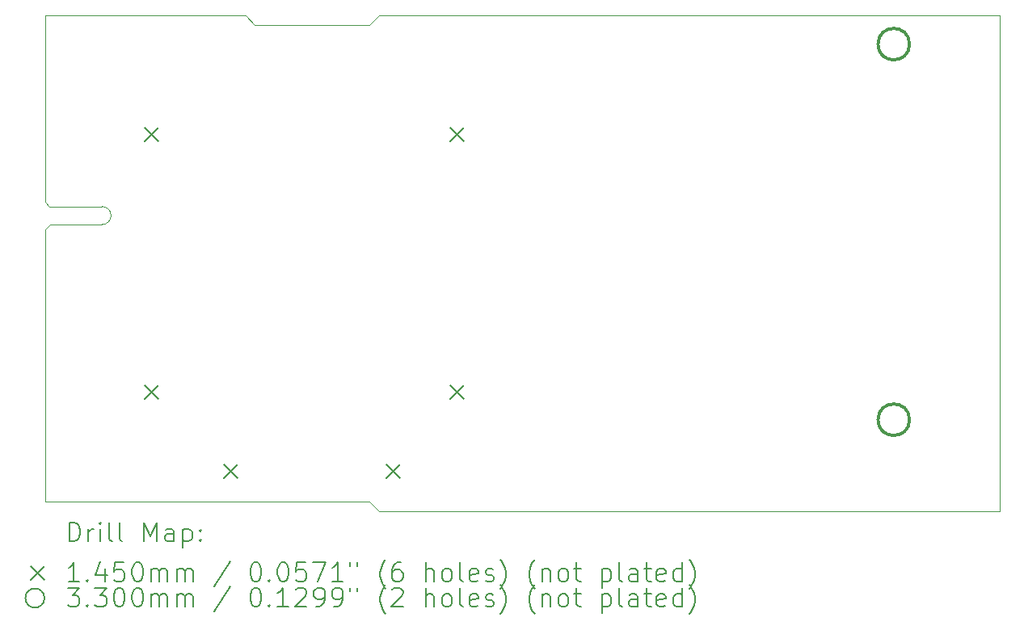
<source format=gbr>
%TF.GenerationSoftware,KiCad,Pcbnew,9.0.1-9.0.1-0~ubuntu24.04.1*%
%TF.CreationDate,2025-04-13T10:11:09+02:00*%
%TF.ProjectId,som-exp-carrier,736f6d2d-6578-4702-9d63-617272696572,v1.0*%
%TF.SameCoordinates,Original*%
%TF.FileFunction,Drillmap*%
%TF.FilePolarity,Positive*%
%FSLAX45Y45*%
G04 Gerber Fmt 4.5, Leading zero omitted, Abs format (unit mm)*
G04 Created by KiCad (PCBNEW 9.0.1-9.0.1-0~ubuntu24.04.1) date 2025-04-13 10:11:09*
%MOMM*%
%LPD*%
G01*
G04 APERTURE LIST*
%ADD10C,0.100000*%
%ADD11C,0.200000*%
%ADD12C,0.145000*%
%ADD13C,0.330000*%
G04 APERTURE END LIST*
D10*
X4642597Y-6278403D02*
X4642597Y-4323403D01*
X6742597Y-4323403D02*
X4642597Y-4323403D01*
X14642597Y-9523403D02*
X8142597Y-9523403D01*
X8042597Y-4423403D02*
X6842597Y-4423403D01*
X4692597Y-6328403D02*
X4642597Y-6278403D01*
X8142597Y-4323403D02*
X14642597Y-4323403D01*
X4643597Y-6568403D02*
X4693597Y-6518403D01*
X4643597Y-9423403D02*
X8042597Y-9423403D01*
X4693597Y-6518403D02*
X5240597Y-6518403D01*
X8042597Y-4423403D02*
X8142597Y-4323403D01*
X5240597Y-6328403D02*
X4692597Y-6328403D01*
X14642597Y-4323403D02*
X14642597Y-9523403D01*
X6842597Y-4423403D02*
X6742597Y-4323403D01*
X5240597Y-6328403D02*
G75*
G02*
X5240597Y-6518397I3J-94997D01*
G01*
X8042597Y-9423403D02*
X8142597Y-9523403D01*
X4643597Y-9423403D02*
X4643597Y-6568403D01*
D11*
D12*
X5685097Y-5500903D02*
X5830097Y-5645903D01*
X5830097Y-5500903D02*
X5685097Y-5645903D01*
X5685097Y-8200903D02*
X5830097Y-8345903D01*
X5830097Y-8200903D02*
X5685097Y-8345903D01*
X6520097Y-9035903D02*
X6665097Y-9180903D01*
X6665097Y-9035903D02*
X6520097Y-9180903D01*
X8220097Y-9035903D02*
X8365097Y-9180903D01*
X8365097Y-9035903D02*
X8220097Y-9180903D01*
X8885097Y-5500903D02*
X9030097Y-5645903D01*
X9030097Y-5500903D02*
X8885097Y-5645903D01*
X8885097Y-8200903D02*
X9030097Y-8345903D01*
X9030097Y-8200903D02*
X8885097Y-8345903D01*
D13*
X13699597Y-4626903D02*
G75*
G02*
X13369597Y-4626903I-165000J0D01*
G01*
X13369597Y-4626903D02*
G75*
G02*
X13699597Y-4626903I165000J0D01*
G01*
X13699597Y-8563903D02*
G75*
G02*
X13369597Y-8563903I-165000J0D01*
G01*
X13369597Y-8563903D02*
G75*
G02*
X13699597Y-8563903I165000J0D01*
G01*
D11*
X4898374Y-9839887D02*
X4898374Y-9639887D01*
X4898374Y-9639887D02*
X4945993Y-9639887D01*
X4945993Y-9639887D02*
X4974564Y-9649411D01*
X4974564Y-9649411D02*
X4993612Y-9668458D01*
X4993612Y-9668458D02*
X5003136Y-9687506D01*
X5003136Y-9687506D02*
X5012659Y-9725601D01*
X5012659Y-9725601D02*
X5012659Y-9754173D01*
X5012659Y-9754173D02*
X5003136Y-9792268D01*
X5003136Y-9792268D02*
X4993612Y-9811315D01*
X4993612Y-9811315D02*
X4974564Y-9830363D01*
X4974564Y-9830363D02*
X4945993Y-9839887D01*
X4945993Y-9839887D02*
X4898374Y-9839887D01*
X5098374Y-9839887D02*
X5098374Y-9706554D01*
X5098374Y-9744649D02*
X5107898Y-9725601D01*
X5107898Y-9725601D02*
X5117421Y-9716077D01*
X5117421Y-9716077D02*
X5136469Y-9706554D01*
X5136469Y-9706554D02*
X5155517Y-9706554D01*
X5222183Y-9839887D02*
X5222183Y-9706554D01*
X5222183Y-9639887D02*
X5212659Y-9649411D01*
X5212659Y-9649411D02*
X5222183Y-9658935D01*
X5222183Y-9658935D02*
X5231707Y-9649411D01*
X5231707Y-9649411D02*
X5222183Y-9639887D01*
X5222183Y-9639887D02*
X5222183Y-9658935D01*
X5345993Y-9839887D02*
X5326945Y-9830363D01*
X5326945Y-9830363D02*
X5317421Y-9811315D01*
X5317421Y-9811315D02*
X5317421Y-9639887D01*
X5450755Y-9839887D02*
X5431707Y-9830363D01*
X5431707Y-9830363D02*
X5422183Y-9811315D01*
X5422183Y-9811315D02*
X5422183Y-9639887D01*
X5679326Y-9839887D02*
X5679326Y-9639887D01*
X5679326Y-9639887D02*
X5745993Y-9782744D01*
X5745993Y-9782744D02*
X5812659Y-9639887D01*
X5812659Y-9639887D02*
X5812659Y-9839887D01*
X5993612Y-9839887D02*
X5993612Y-9735125D01*
X5993612Y-9735125D02*
X5984088Y-9716077D01*
X5984088Y-9716077D02*
X5965040Y-9706554D01*
X5965040Y-9706554D02*
X5926945Y-9706554D01*
X5926945Y-9706554D02*
X5907897Y-9716077D01*
X5993612Y-9830363D02*
X5974564Y-9839887D01*
X5974564Y-9839887D02*
X5926945Y-9839887D01*
X5926945Y-9839887D02*
X5907897Y-9830363D01*
X5907897Y-9830363D02*
X5898374Y-9811315D01*
X5898374Y-9811315D02*
X5898374Y-9792268D01*
X5898374Y-9792268D02*
X5907897Y-9773220D01*
X5907897Y-9773220D02*
X5926945Y-9763696D01*
X5926945Y-9763696D02*
X5974564Y-9763696D01*
X5974564Y-9763696D02*
X5993612Y-9754173D01*
X6088850Y-9706554D02*
X6088850Y-9906554D01*
X6088850Y-9716077D02*
X6107897Y-9706554D01*
X6107897Y-9706554D02*
X6145993Y-9706554D01*
X6145993Y-9706554D02*
X6165040Y-9716077D01*
X6165040Y-9716077D02*
X6174564Y-9725601D01*
X6174564Y-9725601D02*
X6184088Y-9744649D01*
X6184088Y-9744649D02*
X6184088Y-9801792D01*
X6184088Y-9801792D02*
X6174564Y-9820839D01*
X6174564Y-9820839D02*
X6165040Y-9830363D01*
X6165040Y-9830363D02*
X6145993Y-9839887D01*
X6145993Y-9839887D02*
X6107897Y-9839887D01*
X6107897Y-9839887D02*
X6088850Y-9830363D01*
X6269802Y-9820839D02*
X6279326Y-9830363D01*
X6279326Y-9830363D02*
X6269802Y-9839887D01*
X6269802Y-9839887D02*
X6260278Y-9830363D01*
X6260278Y-9830363D02*
X6269802Y-9820839D01*
X6269802Y-9820839D02*
X6269802Y-9839887D01*
X6269802Y-9716077D02*
X6279326Y-9725601D01*
X6279326Y-9725601D02*
X6269802Y-9735125D01*
X6269802Y-9735125D02*
X6260278Y-9725601D01*
X6260278Y-9725601D02*
X6269802Y-9716077D01*
X6269802Y-9716077D02*
X6269802Y-9735125D01*
D12*
X4492597Y-10095903D02*
X4637597Y-10240903D01*
X4637597Y-10095903D02*
X4492597Y-10240903D01*
D11*
X5003136Y-10259887D02*
X4888850Y-10259887D01*
X4945993Y-10259887D02*
X4945993Y-10059887D01*
X4945993Y-10059887D02*
X4926945Y-10088458D01*
X4926945Y-10088458D02*
X4907898Y-10107506D01*
X4907898Y-10107506D02*
X4888850Y-10117030D01*
X5088850Y-10240839D02*
X5098374Y-10250363D01*
X5098374Y-10250363D02*
X5088850Y-10259887D01*
X5088850Y-10259887D02*
X5079326Y-10250363D01*
X5079326Y-10250363D02*
X5088850Y-10240839D01*
X5088850Y-10240839D02*
X5088850Y-10259887D01*
X5269802Y-10126554D02*
X5269802Y-10259887D01*
X5222183Y-10050363D02*
X5174564Y-10193220D01*
X5174564Y-10193220D02*
X5298374Y-10193220D01*
X5469802Y-10059887D02*
X5374564Y-10059887D01*
X5374564Y-10059887D02*
X5365040Y-10155125D01*
X5365040Y-10155125D02*
X5374564Y-10145601D01*
X5374564Y-10145601D02*
X5393612Y-10136077D01*
X5393612Y-10136077D02*
X5441231Y-10136077D01*
X5441231Y-10136077D02*
X5460279Y-10145601D01*
X5460279Y-10145601D02*
X5469802Y-10155125D01*
X5469802Y-10155125D02*
X5479326Y-10174173D01*
X5479326Y-10174173D02*
X5479326Y-10221792D01*
X5479326Y-10221792D02*
X5469802Y-10240839D01*
X5469802Y-10240839D02*
X5460279Y-10250363D01*
X5460279Y-10250363D02*
X5441231Y-10259887D01*
X5441231Y-10259887D02*
X5393612Y-10259887D01*
X5393612Y-10259887D02*
X5374564Y-10250363D01*
X5374564Y-10250363D02*
X5365040Y-10240839D01*
X5603136Y-10059887D02*
X5622183Y-10059887D01*
X5622183Y-10059887D02*
X5641231Y-10069411D01*
X5641231Y-10069411D02*
X5650755Y-10078935D01*
X5650755Y-10078935D02*
X5660278Y-10097982D01*
X5660278Y-10097982D02*
X5669802Y-10136077D01*
X5669802Y-10136077D02*
X5669802Y-10183696D01*
X5669802Y-10183696D02*
X5660278Y-10221792D01*
X5660278Y-10221792D02*
X5650755Y-10240839D01*
X5650755Y-10240839D02*
X5641231Y-10250363D01*
X5641231Y-10250363D02*
X5622183Y-10259887D01*
X5622183Y-10259887D02*
X5603136Y-10259887D01*
X5603136Y-10259887D02*
X5584088Y-10250363D01*
X5584088Y-10250363D02*
X5574564Y-10240839D01*
X5574564Y-10240839D02*
X5565040Y-10221792D01*
X5565040Y-10221792D02*
X5555517Y-10183696D01*
X5555517Y-10183696D02*
X5555517Y-10136077D01*
X5555517Y-10136077D02*
X5565040Y-10097982D01*
X5565040Y-10097982D02*
X5574564Y-10078935D01*
X5574564Y-10078935D02*
X5584088Y-10069411D01*
X5584088Y-10069411D02*
X5603136Y-10059887D01*
X5755517Y-10259887D02*
X5755517Y-10126554D01*
X5755517Y-10145601D02*
X5765040Y-10136077D01*
X5765040Y-10136077D02*
X5784088Y-10126554D01*
X5784088Y-10126554D02*
X5812659Y-10126554D01*
X5812659Y-10126554D02*
X5831707Y-10136077D01*
X5831707Y-10136077D02*
X5841231Y-10155125D01*
X5841231Y-10155125D02*
X5841231Y-10259887D01*
X5841231Y-10155125D02*
X5850755Y-10136077D01*
X5850755Y-10136077D02*
X5869802Y-10126554D01*
X5869802Y-10126554D02*
X5898374Y-10126554D01*
X5898374Y-10126554D02*
X5917421Y-10136077D01*
X5917421Y-10136077D02*
X5926945Y-10155125D01*
X5926945Y-10155125D02*
X5926945Y-10259887D01*
X6022183Y-10259887D02*
X6022183Y-10126554D01*
X6022183Y-10145601D02*
X6031707Y-10136077D01*
X6031707Y-10136077D02*
X6050755Y-10126554D01*
X6050755Y-10126554D02*
X6079326Y-10126554D01*
X6079326Y-10126554D02*
X6098374Y-10136077D01*
X6098374Y-10136077D02*
X6107898Y-10155125D01*
X6107898Y-10155125D02*
X6107898Y-10259887D01*
X6107898Y-10155125D02*
X6117421Y-10136077D01*
X6117421Y-10136077D02*
X6136469Y-10126554D01*
X6136469Y-10126554D02*
X6165040Y-10126554D01*
X6165040Y-10126554D02*
X6184088Y-10136077D01*
X6184088Y-10136077D02*
X6193612Y-10155125D01*
X6193612Y-10155125D02*
X6193612Y-10259887D01*
X6584088Y-10050363D02*
X6412660Y-10307506D01*
X6841231Y-10059887D02*
X6860279Y-10059887D01*
X6860279Y-10059887D02*
X6879326Y-10069411D01*
X6879326Y-10069411D02*
X6888850Y-10078935D01*
X6888850Y-10078935D02*
X6898374Y-10097982D01*
X6898374Y-10097982D02*
X6907898Y-10136077D01*
X6907898Y-10136077D02*
X6907898Y-10183696D01*
X6907898Y-10183696D02*
X6898374Y-10221792D01*
X6898374Y-10221792D02*
X6888850Y-10240839D01*
X6888850Y-10240839D02*
X6879326Y-10250363D01*
X6879326Y-10250363D02*
X6860279Y-10259887D01*
X6860279Y-10259887D02*
X6841231Y-10259887D01*
X6841231Y-10259887D02*
X6822183Y-10250363D01*
X6822183Y-10250363D02*
X6812660Y-10240839D01*
X6812660Y-10240839D02*
X6803136Y-10221792D01*
X6803136Y-10221792D02*
X6793612Y-10183696D01*
X6793612Y-10183696D02*
X6793612Y-10136077D01*
X6793612Y-10136077D02*
X6803136Y-10097982D01*
X6803136Y-10097982D02*
X6812660Y-10078935D01*
X6812660Y-10078935D02*
X6822183Y-10069411D01*
X6822183Y-10069411D02*
X6841231Y-10059887D01*
X6993612Y-10240839D02*
X7003136Y-10250363D01*
X7003136Y-10250363D02*
X6993612Y-10259887D01*
X6993612Y-10259887D02*
X6984088Y-10250363D01*
X6984088Y-10250363D02*
X6993612Y-10240839D01*
X6993612Y-10240839D02*
X6993612Y-10259887D01*
X7126945Y-10059887D02*
X7145993Y-10059887D01*
X7145993Y-10059887D02*
X7165041Y-10069411D01*
X7165041Y-10069411D02*
X7174564Y-10078935D01*
X7174564Y-10078935D02*
X7184088Y-10097982D01*
X7184088Y-10097982D02*
X7193612Y-10136077D01*
X7193612Y-10136077D02*
X7193612Y-10183696D01*
X7193612Y-10183696D02*
X7184088Y-10221792D01*
X7184088Y-10221792D02*
X7174564Y-10240839D01*
X7174564Y-10240839D02*
X7165041Y-10250363D01*
X7165041Y-10250363D02*
X7145993Y-10259887D01*
X7145993Y-10259887D02*
X7126945Y-10259887D01*
X7126945Y-10259887D02*
X7107898Y-10250363D01*
X7107898Y-10250363D02*
X7098374Y-10240839D01*
X7098374Y-10240839D02*
X7088850Y-10221792D01*
X7088850Y-10221792D02*
X7079326Y-10183696D01*
X7079326Y-10183696D02*
X7079326Y-10136077D01*
X7079326Y-10136077D02*
X7088850Y-10097982D01*
X7088850Y-10097982D02*
X7098374Y-10078935D01*
X7098374Y-10078935D02*
X7107898Y-10069411D01*
X7107898Y-10069411D02*
X7126945Y-10059887D01*
X7374564Y-10059887D02*
X7279326Y-10059887D01*
X7279326Y-10059887D02*
X7269802Y-10155125D01*
X7269802Y-10155125D02*
X7279326Y-10145601D01*
X7279326Y-10145601D02*
X7298374Y-10136077D01*
X7298374Y-10136077D02*
X7345993Y-10136077D01*
X7345993Y-10136077D02*
X7365041Y-10145601D01*
X7365041Y-10145601D02*
X7374564Y-10155125D01*
X7374564Y-10155125D02*
X7384088Y-10174173D01*
X7384088Y-10174173D02*
X7384088Y-10221792D01*
X7384088Y-10221792D02*
X7374564Y-10240839D01*
X7374564Y-10240839D02*
X7365041Y-10250363D01*
X7365041Y-10250363D02*
X7345993Y-10259887D01*
X7345993Y-10259887D02*
X7298374Y-10259887D01*
X7298374Y-10259887D02*
X7279326Y-10250363D01*
X7279326Y-10250363D02*
X7269802Y-10240839D01*
X7450755Y-10059887D02*
X7584088Y-10059887D01*
X7584088Y-10059887D02*
X7498374Y-10259887D01*
X7765041Y-10259887D02*
X7650755Y-10259887D01*
X7707898Y-10259887D02*
X7707898Y-10059887D01*
X7707898Y-10059887D02*
X7688850Y-10088458D01*
X7688850Y-10088458D02*
X7669802Y-10107506D01*
X7669802Y-10107506D02*
X7650755Y-10117030D01*
X7841231Y-10059887D02*
X7841231Y-10097982D01*
X7917422Y-10059887D02*
X7917422Y-10097982D01*
X8212660Y-10336077D02*
X8203136Y-10326554D01*
X8203136Y-10326554D02*
X8184088Y-10297982D01*
X8184088Y-10297982D02*
X8174564Y-10278935D01*
X8174564Y-10278935D02*
X8165041Y-10250363D01*
X8165041Y-10250363D02*
X8155517Y-10202744D01*
X8155517Y-10202744D02*
X8155517Y-10164649D01*
X8155517Y-10164649D02*
X8165041Y-10117030D01*
X8165041Y-10117030D02*
X8174564Y-10088458D01*
X8174564Y-10088458D02*
X8184088Y-10069411D01*
X8184088Y-10069411D02*
X8203136Y-10040839D01*
X8203136Y-10040839D02*
X8212660Y-10031315D01*
X8374564Y-10059887D02*
X8336469Y-10059887D01*
X8336469Y-10059887D02*
X8317422Y-10069411D01*
X8317422Y-10069411D02*
X8307898Y-10078935D01*
X8307898Y-10078935D02*
X8288850Y-10107506D01*
X8288850Y-10107506D02*
X8279326Y-10145601D01*
X8279326Y-10145601D02*
X8279326Y-10221792D01*
X8279326Y-10221792D02*
X8288850Y-10240839D01*
X8288850Y-10240839D02*
X8298374Y-10250363D01*
X8298374Y-10250363D02*
X8317422Y-10259887D01*
X8317422Y-10259887D02*
X8355517Y-10259887D01*
X8355517Y-10259887D02*
X8374564Y-10250363D01*
X8374564Y-10250363D02*
X8384088Y-10240839D01*
X8384088Y-10240839D02*
X8393612Y-10221792D01*
X8393612Y-10221792D02*
X8393612Y-10174173D01*
X8393612Y-10174173D02*
X8384088Y-10155125D01*
X8384088Y-10155125D02*
X8374564Y-10145601D01*
X8374564Y-10145601D02*
X8355517Y-10136077D01*
X8355517Y-10136077D02*
X8317422Y-10136077D01*
X8317422Y-10136077D02*
X8298374Y-10145601D01*
X8298374Y-10145601D02*
X8288850Y-10155125D01*
X8288850Y-10155125D02*
X8279326Y-10174173D01*
X8631707Y-10259887D02*
X8631707Y-10059887D01*
X8717422Y-10259887D02*
X8717422Y-10155125D01*
X8717422Y-10155125D02*
X8707898Y-10136077D01*
X8707898Y-10136077D02*
X8688850Y-10126554D01*
X8688850Y-10126554D02*
X8660279Y-10126554D01*
X8660279Y-10126554D02*
X8641231Y-10136077D01*
X8641231Y-10136077D02*
X8631707Y-10145601D01*
X8841231Y-10259887D02*
X8822184Y-10250363D01*
X8822184Y-10250363D02*
X8812660Y-10240839D01*
X8812660Y-10240839D02*
X8803136Y-10221792D01*
X8803136Y-10221792D02*
X8803136Y-10164649D01*
X8803136Y-10164649D02*
X8812660Y-10145601D01*
X8812660Y-10145601D02*
X8822184Y-10136077D01*
X8822184Y-10136077D02*
X8841231Y-10126554D01*
X8841231Y-10126554D02*
X8869803Y-10126554D01*
X8869803Y-10126554D02*
X8888850Y-10136077D01*
X8888850Y-10136077D02*
X8898374Y-10145601D01*
X8898374Y-10145601D02*
X8907898Y-10164649D01*
X8907898Y-10164649D02*
X8907898Y-10221792D01*
X8907898Y-10221792D02*
X8898374Y-10240839D01*
X8898374Y-10240839D02*
X8888850Y-10250363D01*
X8888850Y-10250363D02*
X8869803Y-10259887D01*
X8869803Y-10259887D02*
X8841231Y-10259887D01*
X9022184Y-10259887D02*
X9003136Y-10250363D01*
X9003136Y-10250363D02*
X8993612Y-10231315D01*
X8993612Y-10231315D02*
X8993612Y-10059887D01*
X9174565Y-10250363D02*
X9155517Y-10259887D01*
X9155517Y-10259887D02*
X9117422Y-10259887D01*
X9117422Y-10259887D02*
X9098374Y-10250363D01*
X9098374Y-10250363D02*
X9088850Y-10231315D01*
X9088850Y-10231315D02*
X9088850Y-10155125D01*
X9088850Y-10155125D02*
X9098374Y-10136077D01*
X9098374Y-10136077D02*
X9117422Y-10126554D01*
X9117422Y-10126554D02*
X9155517Y-10126554D01*
X9155517Y-10126554D02*
X9174565Y-10136077D01*
X9174565Y-10136077D02*
X9184088Y-10155125D01*
X9184088Y-10155125D02*
X9184088Y-10174173D01*
X9184088Y-10174173D02*
X9088850Y-10193220D01*
X9260279Y-10250363D02*
X9279327Y-10259887D01*
X9279327Y-10259887D02*
X9317422Y-10259887D01*
X9317422Y-10259887D02*
X9336469Y-10250363D01*
X9336469Y-10250363D02*
X9345993Y-10231315D01*
X9345993Y-10231315D02*
X9345993Y-10221792D01*
X9345993Y-10221792D02*
X9336469Y-10202744D01*
X9336469Y-10202744D02*
X9317422Y-10193220D01*
X9317422Y-10193220D02*
X9288850Y-10193220D01*
X9288850Y-10193220D02*
X9269803Y-10183696D01*
X9269803Y-10183696D02*
X9260279Y-10164649D01*
X9260279Y-10164649D02*
X9260279Y-10155125D01*
X9260279Y-10155125D02*
X9269803Y-10136077D01*
X9269803Y-10136077D02*
X9288850Y-10126554D01*
X9288850Y-10126554D02*
X9317422Y-10126554D01*
X9317422Y-10126554D02*
X9336469Y-10136077D01*
X9412660Y-10336077D02*
X9422184Y-10326554D01*
X9422184Y-10326554D02*
X9441231Y-10297982D01*
X9441231Y-10297982D02*
X9450755Y-10278935D01*
X9450755Y-10278935D02*
X9460279Y-10250363D01*
X9460279Y-10250363D02*
X9469803Y-10202744D01*
X9469803Y-10202744D02*
X9469803Y-10164649D01*
X9469803Y-10164649D02*
X9460279Y-10117030D01*
X9460279Y-10117030D02*
X9450755Y-10088458D01*
X9450755Y-10088458D02*
X9441231Y-10069411D01*
X9441231Y-10069411D02*
X9422184Y-10040839D01*
X9422184Y-10040839D02*
X9412660Y-10031315D01*
X9774565Y-10336077D02*
X9765041Y-10326554D01*
X9765041Y-10326554D02*
X9745993Y-10297982D01*
X9745993Y-10297982D02*
X9736469Y-10278935D01*
X9736469Y-10278935D02*
X9726946Y-10250363D01*
X9726946Y-10250363D02*
X9717422Y-10202744D01*
X9717422Y-10202744D02*
X9717422Y-10164649D01*
X9717422Y-10164649D02*
X9726946Y-10117030D01*
X9726946Y-10117030D02*
X9736469Y-10088458D01*
X9736469Y-10088458D02*
X9745993Y-10069411D01*
X9745993Y-10069411D02*
X9765041Y-10040839D01*
X9765041Y-10040839D02*
X9774565Y-10031315D01*
X9850755Y-10126554D02*
X9850755Y-10259887D01*
X9850755Y-10145601D02*
X9860279Y-10136077D01*
X9860279Y-10136077D02*
X9879327Y-10126554D01*
X9879327Y-10126554D02*
X9907898Y-10126554D01*
X9907898Y-10126554D02*
X9926946Y-10136077D01*
X9926946Y-10136077D02*
X9936469Y-10155125D01*
X9936469Y-10155125D02*
X9936469Y-10259887D01*
X10060279Y-10259887D02*
X10041231Y-10250363D01*
X10041231Y-10250363D02*
X10031708Y-10240839D01*
X10031708Y-10240839D02*
X10022184Y-10221792D01*
X10022184Y-10221792D02*
X10022184Y-10164649D01*
X10022184Y-10164649D02*
X10031708Y-10145601D01*
X10031708Y-10145601D02*
X10041231Y-10136077D01*
X10041231Y-10136077D02*
X10060279Y-10126554D01*
X10060279Y-10126554D02*
X10088850Y-10126554D01*
X10088850Y-10126554D02*
X10107898Y-10136077D01*
X10107898Y-10136077D02*
X10117422Y-10145601D01*
X10117422Y-10145601D02*
X10126946Y-10164649D01*
X10126946Y-10164649D02*
X10126946Y-10221792D01*
X10126946Y-10221792D02*
X10117422Y-10240839D01*
X10117422Y-10240839D02*
X10107898Y-10250363D01*
X10107898Y-10250363D02*
X10088850Y-10259887D01*
X10088850Y-10259887D02*
X10060279Y-10259887D01*
X10184089Y-10126554D02*
X10260279Y-10126554D01*
X10212660Y-10059887D02*
X10212660Y-10231315D01*
X10212660Y-10231315D02*
X10222184Y-10250363D01*
X10222184Y-10250363D02*
X10241231Y-10259887D01*
X10241231Y-10259887D02*
X10260279Y-10259887D01*
X10479327Y-10126554D02*
X10479327Y-10326554D01*
X10479327Y-10136077D02*
X10498374Y-10126554D01*
X10498374Y-10126554D02*
X10536470Y-10126554D01*
X10536470Y-10126554D02*
X10555517Y-10136077D01*
X10555517Y-10136077D02*
X10565041Y-10145601D01*
X10565041Y-10145601D02*
X10574565Y-10164649D01*
X10574565Y-10164649D02*
X10574565Y-10221792D01*
X10574565Y-10221792D02*
X10565041Y-10240839D01*
X10565041Y-10240839D02*
X10555517Y-10250363D01*
X10555517Y-10250363D02*
X10536470Y-10259887D01*
X10536470Y-10259887D02*
X10498374Y-10259887D01*
X10498374Y-10259887D02*
X10479327Y-10250363D01*
X10688850Y-10259887D02*
X10669803Y-10250363D01*
X10669803Y-10250363D02*
X10660279Y-10231315D01*
X10660279Y-10231315D02*
X10660279Y-10059887D01*
X10850755Y-10259887D02*
X10850755Y-10155125D01*
X10850755Y-10155125D02*
X10841231Y-10136077D01*
X10841231Y-10136077D02*
X10822184Y-10126554D01*
X10822184Y-10126554D02*
X10784089Y-10126554D01*
X10784089Y-10126554D02*
X10765041Y-10136077D01*
X10850755Y-10250363D02*
X10831708Y-10259887D01*
X10831708Y-10259887D02*
X10784089Y-10259887D01*
X10784089Y-10259887D02*
X10765041Y-10250363D01*
X10765041Y-10250363D02*
X10755517Y-10231315D01*
X10755517Y-10231315D02*
X10755517Y-10212268D01*
X10755517Y-10212268D02*
X10765041Y-10193220D01*
X10765041Y-10193220D02*
X10784089Y-10183696D01*
X10784089Y-10183696D02*
X10831708Y-10183696D01*
X10831708Y-10183696D02*
X10850755Y-10174173D01*
X10917422Y-10126554D02*
X10993612Y-10126554D01*
X10945993Y-10059887D02*
X10945993Y-10231315D01*
X10945993Y-10231315D02*
X10955517Y-10250363D01*
X10955517Y-10250363D02*
X10974565Y-10259887D01*
X10974565Y-10259887D02*
X10993612Y-10259887D01*
X11136470Y-10250363D02*
X11117422Y-10259887D01*
X11117422Y-10259887D02*
X11079327Y-10259887D01*
X11079327Y-10259887D02*
X11060279Y-10250363D01*
X11060279Y-10250363D02*
X11050755Y-10231315D01*
X11050755Y-10231315D02*
X11050755Y-10155125D01*
X11050755Y-10155125D02*
X11060279Y-10136077D01*
X11060279Y-10136077D02*
X11079327Y-10126554D01*
X11079327Y-10126554D02*
X11117422Y-10126554D01*
X11117422Y-10126554D02*
X11136470Y-10136077D01*
X11136470Y-10136077D02*
X11145993Y-10155125D01*
X11145993Y-10155125D02*
X11145993Y-10174173D01*
X11145993Y-10174173D02*
X11050755Y-10193220D01*
X11317422Y-10259887D02*
X11317422Y-10059887D01*
X11317422Y-10250363D02*
X11298374Y-10259887D01*
X11298374Y-10259887D02*
X11260279Y-10259887D01*
X11260279Y-10259887D02*
X11241231Y-10250363D01*
X11241231Y-10250363D02*
X11231708Y-10240839D01*
X11231708Y-10240839D02*
X11222184Y-10221792D01*
X11222184Y-10221792D02*
X11222184Y-10164649D01*
X11222184Y-10164649D02*
X11231708Y-10145601D01*
X11231708Y-10145601D02*
X11241231Y-10136077D01*
X11241231Y-10136077D02*
X11260279Y-10126554D01*
X11260279Y-10126554D02*
X11298374Y-10126554D01*
X11298374Y-10126554D02*
X11317422Y-10136077D01*
X11393612Y-10336077D02*
X11403136Y-10326554D01*
X11403136Y-10326554D02*
X11422184Y-10297982D01*
X11422184Y-10297982D02*
X11431708Y-10278935D01*
X11431708Y-10278935D02*
X11441231Y-10250363D01*
X11441231Y-10250363D02*
X11450755Y-10202744D01*
X11450755Y-10202744D02*
X11450755Y-10164649D01*
X11450755Y-10164649D02*
X11441231Y-10117030D01*
X11441231Y-10117030D02*
X11431708Y-10088458D01*
X11431708Y-10088458D02*
X11422184Y-10069411D01*
X11422184Y-10069411D02*
X11403136Y-10040839D01*
X11403136Y-10040839D02*
X11393612Y-10031315D01*
X4637597Y-10433403D02*
G75*
G02*
X4437597Y-10433403I-100000J0D01*
G01*
X4437597Y-10433403D02*
G75*
G02*
X4637597Y-10433403I100000J0D01*
G01*
X4879326Y-10324887D02*
X5003136Y-10324887D01*
X5003136Y-10324887D02*
X4936469Y-10401077D01*
X4936469Y-10401077D02*
X4965040Y-10401077D01*
X4965040Y-10401077D02*
X4984088Y-10410601D01*
X4984088Y-10410601D02*
X4993612Y-10420125D01*
X4993612Y-10420125D02*
X5003136Y-10439173D01*
X5003136Y-10439173D02*
X5003136Y-10486792D01*
X5003136Y-10486792D02*
X4993612Y-10505839D01*
X4993612Y-10505839D02*
X4984088Y-10515363D01*
X4984088Y-10515363D02*
X4965040Y-10524887D01*
X4965040Y-10524887D02*
X4907898Y-10524887D01*
X4907898Y-10524887D02*
X4888850Y-10515363D01*
X4888850Y-10515363D02*
X4879326Y-10505839D01*
X5088850Y-10505839D02*
X5098374Y-10515363D01*
X5098374Y-10515363D02*
X5088850Y-10524887D01*
X5088850Y-10524887D02*
X5079326Y-10515363D01*
X5079326Y-10515363D02*
X5088850Y-10505839D01*
X5088850Y-10505839D02*
X5088850Y-10524887D01*
X5165040Y-10324887D02*
X5288850Y-10324887D01*
X5288850Y-10324887D02*
X5222183Y-10401077D01*
X5222183Y-10401077D02*
X5250755Y-10401077D01*
X5250755Y-10401077D02*
X5269802Y-10410601D01*
X5269802Y-10410601D02*
X5279326Y-10420125D01*
X5279326Y-10420125D02*
X5288850Y-10439173D01*
X5288850Y-10439173D02*
X5288850Y-10486792D01*
X5288850Y-10486792D02*
X5279326Y-10505839D01*
X5279326Y-10505839D02*
X5269802Y-10515363D01*
X5269802Y-10515363D02*
X5250755Y-10524887D01*
X5250755Y-10524887D02*
X5193612Y-10524887D01*
X5193612Y-10524887D02*
X5174564Y-10515363D01*
X5174564Y-10515363D02*
X5165040Y-10505839D01*
X5412659Y-10324887D02*
X5431707Y-10324887D01*
X5431707Y-10324887D02*
X5450755Y-10334411D01*
X5450755Y-10334411D02*
X5460279Y-10343935D01*
X5460279Y-10343935D02*
X5469802Y-10362982D01*
X5469802Y-10362982D02*
X5479326Y-10401077D01*
X5479326Y-10401077D02*
X5479326Y-10448696D01*
X5479326Y-10448696D02*
X5469802Y-10486792D01*
X5469802Y-10486792D02*
X5460279Y-10505839D01*
X5460279Y-10505839D02*
X5450755Y-10515363D01*
X5450755Y-10515363D02*
X5431707Y-10524887D01*
X5431707Y-10524887D02*
X5412659Y-10524887D01*
X5412659Y-10524887D02*
X5393612Y-10515363D01*
X5393612Y-10515363D02*
X5384088Y-10505839D01*
X5384088Y-10505839D02*
X5374564Y-10486792D01*
X5374564Y-10486792D02*
X5365040Y-10448696D01*
X5365040Y-10448696D02*
X5365040Y-10401077D01*
X5365040Y-10401077D02*
X5374564Y-10362982D01*
X5374564Y-10362982D02*
X5384088Y-10343935D01*
X5384088Y-10343935D02*
X5393612Y-10334411D01*
X5393612Y-10334411D02*
X5412659Y-10324887D01*
X5603136Y-10324887D02*
X5622183Y-10324887D01*
X5622183Y-10324887D02*
X5641231Y-10334411D01*
X5641231Y-10334411D02*
X5650755Y-10343935D01*
X5650755Y-10343935D02*
X5660278Y-10362982D01*
X5660278Y-10362982D02*
X5669802Y-10401077D01*
X5669802Y-10401077D02*
X5669802Y-10448696D01*
X5669802Y-10448696D02*
X5660278Y-10486792D01*
X5660278Y-10486792D02*
X5650755Y-10505839D01*
X5650755Y-10505839D02*
X5641231Y-10515363D01*
X5641231Y-10515363D02*
X5622183Y-10524887D01*
X5622183Y-10524887D02*
X5603136Y-10524887D01*
X5603136Y-10524887D02*
X5584088Y-10515363D01*
X5584088Y-10515363D02*
X5574564Y-10505839D01*
X5574564Y-10505839D02*
X5565040Y-10486792D01*
X5565040Y-10486792D02*
X5555517Y-10448696D01*
X5555517Y-10448696D02*
X5555517Y-10401077D01*
X5555517Y-10401077D02*
X5565040Y-10362982D01*
X5565040Y-10362982D02*
X5574564Y-10343935D01*
X5574564Y-10343935D02*
X5584088Y-10334411D01*
X5584088Y-10334411D02*
X5603136Y-10324887D01*
X5755517Y-10524887D02*
X5755517Y-10391554D01*
X5755517Y-10410601D02*
X5765040Y-10401077D01*
X5765040Y-10401077D02*
X5784088Y-10391554D01*
X5784088Y-10391554D02*
X5812659Y-10391554D01*
X5812659Y-10391554D02*
X5831707Y-10401077D01*
X5831707Y-10401077D02*
X5841231Y-10420125D01*
X5841231Y-10420125D02*
X5841231Y-10524887D01*
X5841231Y-10420125D02*
X5850755Y-10401077D01*
X5850755Y-10401077D02*
X5869802Y-10391554D01*
X5869802Y-10391554D02*
X5898374Y-10391554D01*
X5898374Y-10391554D02*
X5917421Y-10401077D01*
X5917421Y-10401077D02*
X5926945Y-10420125D01*
X5926945Y-10420125D02*
X5926945Y-10524887D01*
X6022183Y-10524887D02*
X6022183Y-10391554D01*
X6022183Y-10410601D02*
X6031707Y-10401077D01*
X6031707Y-10401077D02*
X6050755Y-10391554D01*
X6050755Y-10391554D02*
X6079326Y-10391554D01*
X6079326Y-10391554D02*
X6098374Y-10401077D01*
X6098374Y-10401077D02*
X6107898Y-10420125D01*
X6107898Y-10420125D02*
X6107898Y-10524887D01*
X6107898Y-10420125D02*
X6117421Y-10401077D01*
X6117421Y-10401077D02*
X6136469Y-10391554D01*
X6136469Y-10391554D02*
X6165040Y-10391554D01*
X6165040Y-10391554D02*
X6184088Y-10401077D01*
X6184088Y-10401077D02*
X6193612Y-10420125D01*
X6193612Y-10420125D02*
X6193612Y-10524887D01*
X6584088Y-10315363D02*
X6412660Y-10572506D01*
X6841231Y-10324887D02*
X6860279Y-10324887D01*
X6860279Y-10324887D02*
X6879326Y-10334411D01*
X6879326Y-10334411D02*
X6888850Y-10343935D01*
X6888850Y-10343935D02*
X6898374Y-10362982D01*
X6898374Y-10362982D02*
X6907898Y-10401077D01*
X6907898Y-10401077D02*
X6907898Y-10448696D01*
X6907898Y-10448696D02*
X6898374Y-10486792D01*
X6898374Y-10486792D02*
X6888850Y-10505839D01*
X6888850Y-10505839D02*
X6879326Y-10515363D01*
X6879326Y-10515363D02*
X6860279Y-10524887D01*
X6860279Y-10524887D02*
X6841231Y-10524887D01*
X6841231Y-10524887D02*
X6822183Y-10515363D01*
X6822183Y-10515363D02*
X6812660Y-10505839D01*
X6812660Y-10505839D02*
X6803136Y-10486792D01*
X6803136Y-10486792D02*
X6793612Y-10448696D01*
X6793612Y-10448696D02*
X6793612Y-10401077D01*
X6793612Y-10401077D02*
X6803136Y-10362982D01*
X6803136Y-10362982D02*
X6812660Y-10343935D01*
X6812660Y-10343935D02*
X6822183Y-10334411D01*
X6822183Y-10334411D02*
X6841231Y-10324887D01*
X6993612Y-10505839D02*
X7003136Y-10515363D01*
X7003136Y-10515363D02*
X6993612Y-10524887D01*
X6993612Y-10524887D02*
X6984088Y-10515363D01*
X6984088Y-10515363D02*
X6993612Y-10505839D01*
X6993612Y-10505839D02*
X6993612Y-10524887D01*
X7193612Y-10524887D02*
X7079326Y-10524887D01*
X7136469Y-10524887D02*
X7136469Y-10324887D01*
X7136469Y-10324887D02*
X7117421Y-10353458D01*
X7117421Y-10353458D02*
X7098374Y-10372506D01*
X7098374Y-10372506D02*
X7079326Y-10382030D01*
X7269802Y-10343935D02*
X7279326Y-10334411D01*
X7279326Y-10334411D02*
X7298374Y-10324887D01*
X7298374Y-10324887D02*
X7345993Y-10324887D01*
X7345993Y-10324887D02*
X7365041Y-10334411D01*
X7365041Y-10334411D02*
X7374564Y-10343935D01*
X7374564Y-10343935D02*
X7384088Y-10362982D01*
X7384088Y-10362982D02*
X7384088Y-10382030D01*
X7384088Y-10382030D02*
X7374564Y-10410601D01*
X7374564Y-10410601D02*
X7260279Y-10524887D01*
X7260279Y-10524887D02*
X7384088Y-10524887D01*
X7479326Y-10524887D02*
X7517421Y-10524887D01*
X7517421Y-10524887D02*
X7536469Y-10515363D01*
X7536469Y-10515363D02*
X7545993Y-10505839D01*
X7545993Y-10505839D02*
X7565041Y-10477268D01*
X7565041Y-10477268D02*
X7574564Y-10439173D01*
X7574564Y-10439173D02*
X7574564Y-10362982D01*
X7574564Y-10362982D02*
X7565041Y-10343935D01*
X7565041Y-10343935D02*
X7555517Y-10334411D01*
X7555517Y-10334411D02*
X7536469Y-10324887D01*
X7536469Y-10324887D02*
X7498374Y-10324887D01*
X7498374Y-10324887D02*
X7479326Y-10334411D01*
X7479326Y-10334411D02*
X7469802Y-10343935D01*
X7469802Y-10343935D02*
X7460279Y-10362982D01*
X7460279Y-10362982D02*
X7460279Y-10410601D01*
X7460279Y-10410601D02*
X7469802Y-10429649D01*
X7469802Y-10429649D02*
X7479326Y-10439173D01*
X7479326Y-10439173D02*
X7498374Y-10448696D01*
X7498374Y-10448696D02*
X7536469Y-10448696D01*
X7536469Y-10448696D02*
X7555517Y-10439173D01*
X7555517Y-10439173D02*
X7565041Y-10429649D01*
X7565041Y-10429649D02*
X7574564Y-10410601D01*
X7669802Y-10524887D02*
X7707898Y-10524887D01*
X7707898Y-10524887D02*
X7726945Y-10515363D01*
X7726945Y-10515363D02*
X7736469Y-10505839D01*
X7736469Y-10505839D02*
X7755517Y-10477268D01*
X7755517Y-10477268D02*
X7765041Y-10439173D01*
X7765041Y-10439173D02*
X7765041Y-10362982D01*
X7765041Y-10362982D02*
X7755517Y-10343935D01*
X7755517Y-10343935D02*
X7745993Y-10334411D01*
X7745993Y-10334411D02*
X7726945Y-10324887D01*
X7726945Y-10324887D02*
X7688850Y-10324887D01*
X7688850Y-10324887D02*
X7669802Y-10334411D01*
X7669802Y-10334411D02*
X7660279Y-10343935D01*
X7660279Y-10343935D02*
X7650755Y-10362982D01*
X7650755Y-10362982D02*
X7650755Y-10410601D01*
X7650755Y-10410601D02*
X7660279Y-10429649D01*
X7660279Y-10429649D02*
X7669802Y-10439173D01*
X7669802Y-10439173D02*
X7688850Y-10448696D01*
X7688850Y-10448696D02*
X7726945Y-10448696D01*
X7726945Y-10448696D02*
X7745993Y-10439173D01*
X7745993Y-10439173D02*
X7755517Y-10429649D01*
X7755517Y-10429649D02*
X7765041Y-10410601D01*
X7841231Y-10324887D02*
X7841231Y-10362982D01*
X7917422Y-10324887D02*
X7917422Y-10362982D01*
X8212660Y-10601077D02*
X8203136Y-10591554D01*
X8203136Y-10591554D02*
X8184088Y-10562982D01*
X8184088Y-10562982D02*
X8174564Y-10543935D01*
X8174564Y-10543935D02*
X8165041Y-10515363D01*
X8165041Y-10515363D02*
X8155517Y-10467744D01*
X8155517Y-10467744D02*
X8155517Y-10429649D01*
X8155517Y-10429649D02*
X8165041Y-10382030D01*
X8165041Y-10382030D02*
X8174564Y-10353458D01*
X8174564Y-10353458D02*
X8184088Y-10334411D01*
X8184088Y-10334411D02*
X8203136Y-10305839D01*
X8203136Y-10305839D02*
X8212660Y-10296315D01*
X8279326Y-10343935D02*
X8288850Y-10334411D01*
X8288850Y-10334411D02*
X8307898Y-10324887D01*
X8307898Y-10324887D02*
X8355517Y-10324887D01*
X8355517Y-10324887D02*
X8374564Y-10334411D01*
X8374564Y-10334411D02*
X8384088Y-10343935D01*
X8384088Y-10343935D02*
X8393612Y-10362982D01*
X8393612Y-10362982D02*
X8393612Y-10382030D01*
X8393612Y-10382030D02*
X8384088Y-10410601D01*
X8384088Y-10410601D02*
X8269803Y-10524887D01*
X8269803Y-10524887D02*
X8393612Y-10524887D01*
X8631707Y-10524887D02*
X8631707Y-10324887D01*
X8717422Y-10524887D02*
X8717422Y-10420125D01*
X8717422Y-10420125D02*
X8707898Y-10401077D01*
X8707898Y-10401077D02*
X8688850Y-10391554D01*
X8688850Y-10391554D02*
X8660279Y-10391554D01*
X8660279Y-10391554D02*
X8641231Y-10401077D01*
X8641231Y-10401077D02*
X8631707Y-10410601D01*
X8841231Y-10524887D02*
X8822184Y-10515363D01*
X8822184Y-10515363D02*
X8812660Y-10505839D01*
X8812660Y-10505839D02*
X8803136Y-10486792D01*
X8803136Y-10486792D02*
X8803136Y-10429649D01*
X8803136Y-10429649D02*
X8812660Y-10410601D01*
X8812660Y-10410601D02*
X8822184Y-10401077D01*
X8822184Y-10401077D02*
X8841231Y-10391554D01*
X8841231Y-10391554D02*
X8869803Y-10391554D01*
X8869803Y-10391554D02*
X8888850Y-10401077D01*
X8888850Y-10401077D02*
X8898374Y-10410601D01*
X8898374Y-10410601D02*
X8907898Y-10429649D01*
X8907898Y-10429649D02*
X8907898Y-10486792D01*
X8907898Y-10486792D02*
X8898374Y-10505839D01*
X8898374Y-10505839D02*
X8888850Y-10515363D01*
X8888850Y-10515363D02*
X8869803Y-10524887D01*
X8869803Y-10524887D02*
X8841231Y-10524887D01*
X9022184Y-10524887D02*
X9003136Y-10515363D01*
X9003136Y-10515363D02*
X8993612Y-10496315D01*
X8993612Y-10496315D02*
X8993612Y-10324887D01*
X9174565Y-10515363D02*
X9155517Y-10524887D01*
X9155517Y-10524887D02*
X9117422Y-10524887D01*
X9117422Y-10524887D02*
X9098374Y-10515363D01*
X9098374Y-10515363D02*
X9088850Y-10496315D01*
X9088850Y-10496315D02*
X9088850Y-10420125D01*
X9088850Y-10420125D02*
X9098374Y-10401077D01*
X9098374Y-10401077D02*
X9117422Y-10391554D01*
X9117422Y-10391554D02*
X9155517Y-10391554D01*
X9155517Y-10391554D02*
X9174565Y-10401077D01*
X9174565Y-10401077D02*
X9184088Y-10420125D01*
X9184088Y-10420125D02*
X9184088Y-10439173D01*
X9184088Y-10439173D02*
X9088850Y-10458220D01*
X9260279Y-10515363D02*
X9279327Y-10524887D01*
X9279327Y-10524887D02*
X9317422Y-10524887D01*
X9317422Y-10524887D02*
X9336469Y-10515363D01*
X9336469Y-10515363D02*
X9345993Y-10496315D01*
X9345993Y-10496315D02*
X9345993Y-10486792D01*
X9345993Y-10486792D02*
X9336469Y-10467744D01*
X9336469Y-10467744D02*
X9317422Y-10458220D01*
X9317422Y-10458220D02*
X9288850Y-10458220D01*
X9288850Y-10458220D02*
X9269803Y-10448696D01*
X9269803Y-10448696D02*
X9260279Y-10429649D01*
X9260279Y-10429649D02*
X9260279Y-10420125D01*
X9260279Y-10420125D02*
X9269803Y-10401077D01*
X9269803Y-10401077D02*
X9288850Y-10391554D01*
X9288850Y-10391554D02*
X9317422Y-10391554D01*
X9317422Y-10391554D02*
X9336469Y-10401077D01*
X9412660Y-10601077D02*
X9422184Y-10591554D01*
X9422184Y-10591554D02*
X9441231Y-10562982D01*
X9441231Y-10562982D02*
X9450755Y-10543935D01*
X9450755Y-10543935D02*
X9460279Y-10515363D01*
X9460279Y-10515363D02*
X9469803Y-10467744D01*
X9469803Y-10467744D02*
X9469803Y-10429649D01*
X9469803Y-10429649D02*
X9460279Y-10382030D01*
X9460279Y-10382030D02*
X9450755Y-10353458D01*
X9450755Y-10353458D02*
X9441231Y-10334411D01*
X9441231Y-10334411D02*
X9422184Y-10305839D01*
X9422184Y-10305839D02*
X9412660Y-10296315D01*
X9774565Y-10601077D02*
X9765041Y-10591554D01*
X9765041Y-10591554D02*
X9745993Y-10562982D01*
X9745993Y-10562982D02*
X9736469Y-10543935D01*
X9736469Y-10543935D02*
X9726946Y-10515363D01*
X9726946Y-10515363D02*
X9717422Y-10467744D01*
X9717422Y-10467744D02*
X9717422Y-10429649D01*
X9717422Y-10429649D02*
X9726946Y-10382030D01*
X9726946Y-10382030D02*
X9736469Y-10353458D01*
X9736469Y-10353458D02*
X9745993Y-10334411D01*
X9745993Y-10334411D02*
X9765041Y-10305839D01*
X9765041Y-10305839D02*
X9774565Y-10296315D01*
X9850755Y-10391554D02*
X9850755Y-10524887D01*
X9850755Y-10410601D02*
X9860279Y-10401077D01*
X9860279Y-10401077D02*
X9879327Y-10391554D01*
X9879327Y-10391554D02*
X9907898Y-10391554D01*
X9907898Y-10391554D02*
X9926946Y-10401077D01*
X9926946Y-10401077D02*
X9936469Y-10420125D01*
X9936469Y-10420125D02*
X9936469Y-10524887D01*
X10060279Y-10524887D02*
X10041231Y-10515363D01*
X10041231Y-10515363D02*
X10031708Y-10505839D01*
X10031708Y-10505839D02*
X10022184Y-10486792D01*
X10022184Y-10486792D02*
X10022184Y-10429649D01*
X10022184Y-10429649D02*
X10031708Y-10410601D01*
X10031708Y-10410601D02*
X10041231Y-10401077D01*
X10041231Y-10401077D02*
X10060279Y-10391554D01*
X10060279Y-10391554D02*
X10088850Y-10391554D01*
X10088850Y-10391554D02*
X10107898Y-10401077D01*
X10107898Y-10401077D02*
X10117422Y-10410601D01*
X10117422Y-10410601D02*
X10126946Y-10429649D01*
X10126946Y-10429649D02*
X10126946Y-10486792D01*
X10126946Y-10486792D02*
X10117422Y-10505839D01*
X10117422Y-10505839D02*
X10107898Y-10515363D01*
X10107898Y-10515363D02*
X10088850Y-10524887D01*
X10088850Y-10524887D02*
X10060279Y-10524887D01*
X10184089Y-10391554D02*
X10260279Y-10391554D01*
X10212660Y-10324887D02*
X10212660Y-10496315D01*
X10212660Y-10496315D02*
X10222184Y-10515363D01*
X10222184Y-10515363D02*
X10241231Y-10524887D01*
X10241231Y-10524887D02*
X10260279Y-10524887D01*
X10479327Y-10391554D02*
X10479327Y-10591554D01*
X10479327Y-10401077D02*
X10498374Y-10391554D01*
X10498374Y-10391554D02*
X10536470Y-10391554D01*
X10536470Y-10391554D02*
X10555517Y-10401077D01*
X10555517Y-10401077D02*
X10565041Y-10410601D01*
X10565041Y-10410601D02*
X10574565Y-10429649D01*
X10574565Y-10429649D02*
X10574565Y-10486792D01*
X10574565Y-10486792D02*
X10565041Y-10505839D01*
X10565041Y-10505839D02*
X10555517Y-10515363D01*
X10555517Y-10515363D02*
X10536470Y-10524887D01*
X10536470Y-10524887D02*
X10498374Y-10524887D01*
X10498374Y-10524887D02*
X10479327Y-10515363D01*
X10688850Y-10524887D02*
X10669803Y-10515363D01*
X10669803Y-10515363D02*
X10660279Y-10496315D01*
X10660279Y-10496315D02*
X10660279Y-10324887D01*
X10850755Y-10524887D02*
X10850755Y-10420125D01*
X10850755Y-10420125D02*
X10841231Y-10401077D01*
X10841231Y-10401077D02*
X10822184Y-10391554D01*
X10822184Y-10391554D02*
X10784089Y-10391554D01*
X10784089Y-10391554D02*
X10765041Y-10401077D01*
X10850755Y-10515363D02*
X10831708Y-10524887D01*
X10831708Y-10524887D02*
X10784089Y-10524887D01*
X10784089Y-10524887D02*
X10765041Y-10515363D01*
X10765041Y-10515363D02*
X10755517Y-10496315D01*
X10755517Y-10496315D02*
X10755517Y-10477268D01*
X10755517Y-10477268D02*
X10765041Y-10458220D01*
X10765041Y-10458220D02*
X10784089Y-10448696D01*
X10784089Y-10448696D02*
X10831708Y-10448696D01*
X10831708Y-10448696D02*
X10850755Y-10439173D01*
X10917422Y-10391554D02*
X10993612Y-10391554D01*
X10945993Y-10324887D02*
X10945993Y-10496315D01*
X10945993Y-10496315D02*
X10955517Y-10515363D01*
X10955517Y-10515363D02*
X10974565Y-10524887D01*
X10974565Y-10524887D02*
X10993612Y-10524887D01*
X11136470Y-10515363D02*
X11117422Y-10524887D01*
X11117422Y-10524887D02*
X11079327Y-10524887D01*
X11079327Y-10524887D02*
X11060279Y-10515363D01*
X11060279Y-10515363D02*
X11050755Y-10496315D01*
X11050755Y-10496315D02*
X11050755Y-10420125D01*
X11050755Y-10420125D02*
X11060279Y-10401077D01*
X11060279Y-10401077D02*
X11079327Y-10391554D01*
X11079327Y-10391554D02*
X11117422Y-10391554D01*
X11117422Y-10391554D02*
X11136470Y-10401077D01*
X11136470Y-10401077D02*
X11145993Y-10420125D01*
X11145993Y-10420125D02*
X11145993Y-10439173D01*
X11145993Y-10439173D02*
X11050755Y-10458220D01*
X11317422Y-10524887D02*
X11317422Y-10324887D01*
X11317422Y-10515363D02*
X11298374Y-10524887D01*
X11298374Y-10524887D02*
X11260279Y-10524887D01*
X11260279Y-10524887D02*
X11241231Y-10515363D01*
X11241231Y-10515363D02*
X11231708Y-10505839D01*
X11231708Y-10505839D02*
X11222184Y-10486792D01*
X11222184Y-10486792D02*
X11222184Y-10429649D01*
X11222184Y-10429649D02*
X11231708Y-10410601D01*
X11231708Y-10410601D02*
X11241231Y-10401077D01*
X11241231Y-10401077D02*
X11260279Y-10391554D01*
X11260279Y-10391554D02*
X11298374Y-10391554D01*
X11298374Y-10391554D02*
X11317422Y-10401077D01*
X11393612Y-10601077D02*
X11403136Y-10591554D01*
X11403136Y-10591554D02*
X11422184Y-10562982D01*
X11422184Y-10562982D02*
X11431708Y-10543935D01*
X11431708Y-10543935D02*
X11441231Y-10515363D01*
X11441231Y-10515363D02*
X11450755Y-10467744D01*
X11450755Y-10467744D02*
X11450755Y-10429649D01*
X11450755Y-10429649D02*
X11441231Y-10382030D01*
X11441231Y-10382030D02*
X11431708Y-10353458D01*
X11431708Y-10353458D02*
X11422184Y-10334411D01*
X11422184Y-10334411D02*
X11403136Y-10305839D01*
X11403136Y-10305839D02*
X11393612Y-10296315D01*
M02*

</source>
